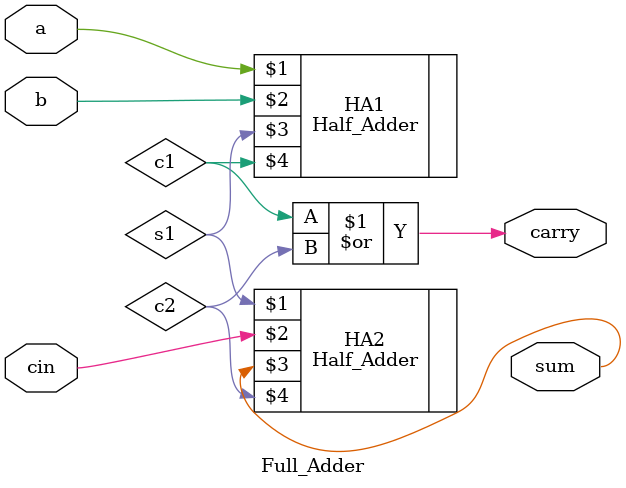
<source format=v>
`timescale 1ns / 1ps


module Full_Adder(

    input a,b,cin,
    output sum,carry  

    );
    wire s1, c1,c2;
    
    Half_Adder HA1(a,b,s1,c1);
    Half_Adder HA2(s1,cin,sum,c2);
    assign carry = c1 | c2;
    
    
endmodule

</source>
